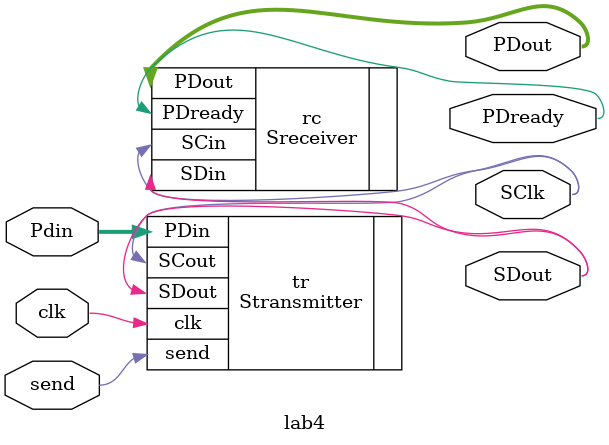
<source format=v>
module lab4(input wire clk,send,
			input wire [7:0] Pdin,
			output wire [7:0] PDout,
			output wire PDready, SClk, SDout);
			

Stransmitter tr(.clk(clk), .send(send),.PDin(Pdin),.SDout(SDout),.SCout(SClk));
Sreceiver rc(.SCin(SClk),.SDin(SDout),.PDout(PDout),.PDready(PDready));


endmodule
</source>
